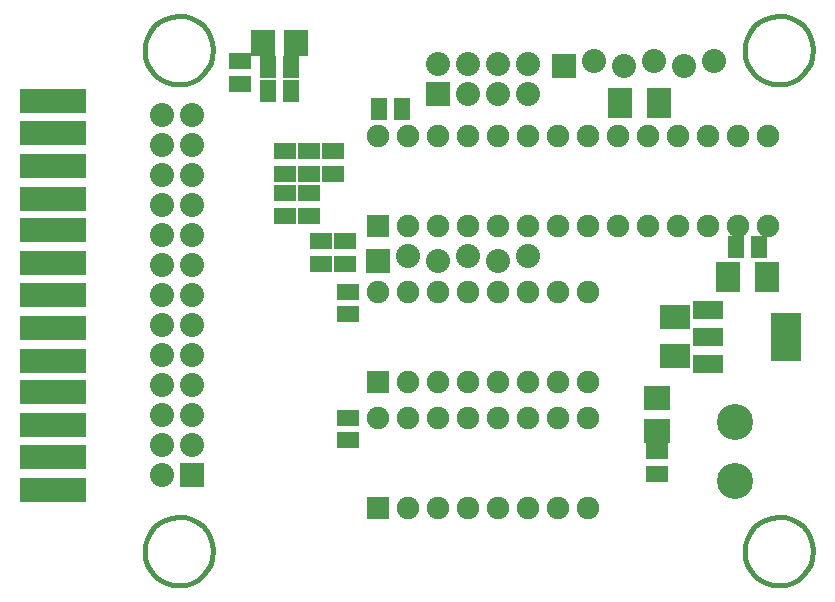
<source format=gts>
G04 (created by PCBNEW-RS274X (2012-apr-16-27)-stable) date Saturday 07,June,2014 10:26:27 PM SGT*
G01*
G70*
G90*
%MOIN*%
G04 Gerber Fmt 3.4, Leading zero omitted, Abs format*
%FSLAX34Y34*%
G04 APERTURE LIST*
%ADD10C,0.006000*%
%ADD11C,0.015000*%
%ADD12R,0.220000X0.080000*%
%ADD13R,0.080000X0.100000*%
%ADD14R,0.080000X0.080000*%
%ADD15C,0.080000*%
%ADD16R,0.075000X0.075000*%
%ADD17C,0.075000*%
%ADD18C,0.120000*%
%ADD19R,0.055000X0.075000*%
%ADD20R,0.075000X0.055000*%
%ADD21R,0.100000X0.080000*%
%ADD22R,0.100000X0.164000*%
%ADD23R,0.100000X0.060000*%
%ADD24R,0.082900X0.090900*%
%ADD25R,0.090900X0.082900*%
G04 APERTURE END LIST*
G54D10*
G54D11*
X70792Y-50020D02*
X70770Y-50241D01*
X70705Y-50455D01*
X70601Y-50651D01*
X70460Y-50824D01*
X70288Y-50966D01*
X70092Y-51072D01*
X69879Y-51138D01*
X69657Y-51161D01*
X69437Y-51141D01*
X69223Y-51078D01*
X69025Y-50975D01*
X68851Y-50835D01*
X68708Y-50665D01*
X68601Y-50469D01*
X68533Y-50257D01*
X68509Y-50035D01*
X68527Y-49814D01*
X68589Y-49600D01*
X68691Y-49402D01*
X68829Y-49227D01*
X68999Y-49083D01*
X69193Y-48974D01*
X69405Y-48905D01*
X69627Y-48879D01*
X69848Y-48896D01*
X70062Y-48956D01*
X70261Y-49056D01*
X70437Y-49193D01*
X70583Y-49362D01*
X70693Y-49556D01*
X70763Y-49767D01*
X70791Y-49989D01*
X70792Y-50020D01*
X70792Y-33320D02*
X70770Y-33541D01*
X70705Y-33755D01*
X70601Y-33951D01*
X70460Y-34124D01*
X70288Y-34266D01*
X70092Y-34372D01*
X69879Y-34438D01*
X69657Y-34461D01*
X69437Y-34441D01*
X69223Y-34378D01*
X69025Y-34275D01*
X68851Y-34135D01*
X68708Y-33965D01*
X68601Y-33769D01*
X68533Y-33557D01*
X68509Y-33335D01*
X68527Y-33114D01*
X68589Y-32900D01*
X68691Y-32702D01*
X68829Y-32527D01*
X68999Y-32383D01*
X69193Y-32274D01*
X69405Y-32205D01*
X69627Y-32179D01*
X69848Y-32196D01*
X70062Y-32256D01*
X70261Y-32356D01*
X70437Y-32493D01*
X70583Y-32662D01*
X70693Y-32856D01*
X70763Y-33067D01*
X70791Y-33289D01*
X70792Y-33320D01*
X50792Y-50020D02*
X50770Y-50241D01*
X50705Y-50455D01*
X50601Y-50651D01*
X50460Y-50824D01*
X50288Y-50966D01*
X50092Y-51072D01*
X49879Y-51138D01*
X49657Y-51161D01*
X49437Y-51141D01*
X49223Y-51078D01*
X49025Y-50975D01*
X48851Y-50835D01*
X48708Y-50665D01*
X48601Y-50469D01*
X48533Y-50257D01*
X48509Y-50035D01*
X48527Y-49814D01*
X48589Y-49600D01*
X48691Y-49402D01*
X48829Y-49227D01*
X48999Y-49083D01*
X49193Y-48974D01*
X49405Y-48905D01*
X49627Y-48879D01*
X49848Y-48896D01*
X50062Y-48956D01*
X50261Y-49056D01*
X50437Y-49193D01*
X50583Y-49362D01*
X50693Y-49556D01*
X50763Y-49767D01*
X50791Y-49989D01*
X50792Y-50020D01*
X50792Y-33320D02*
X50770Y-33541D01*
X50705Y-33755D01*
X50601Y-33951D01*
X50460Y-34124D01*
X50288Y-34266D01*
X50092Y-34372D01*
X49879Y-34438D01*
X49657Y-34461D01*
X49437Y-34441D01*
X49223Y-34378D01*
X49025Y-34275D01*
X48851Y-34135D01*
X48708Y-33965D01*
X48601Y-33769D01*
X48533Y-33557D01*
X48509Y-33335D01*
X48527Y-33114D01*
X48589Y-32900D01*
X48691Y-32702D01*
X48829Y-32527D01*
X48999Y-32383D01*
X49193Y-32274D01*
X49405Y-32205D01*
X49627Y-32179D01*
X49848Y-32196D01*
X50062Y-32256D01*
X50261Y-32356D01*
X50437Y-32493D01*
X50583Y-32662D01*
X50693Y-32856D01*
X50763Y-33067D01*
X50791Y-33289D01*
X50792Y-33320D01*
G54D12*
X45450Y-47970D03*
X45450Y-46870D03*
X45450Y-45820D03*
X45450Y-44720D03*
X45450Y-43670D03*
X45450Y-42570D03*
X45450Y-41470D03*
X45450Y-40420D03*
X45450Y-39320D03*
X45450Y-38270D03*
X45450Y-37170D03*
X45450Y-36070D03*
X45450Y-35020D03*
G54D13*
X67950Y-40870D03*
X69250Y-40870D03*
G54D14*
X62500Y-33850D03*
G54D15*
X63500Y-33690D03*
X64500Y-33850D03*
X65500Y-33690D03*
X66500Y-33850D03*
X67500Y-33690D03*
G54D14*
X50100Y-47470D03*
G54D15*
X49100Y-47470D03*
X50100Y-46470D03*
X49100Y-46470D03*
X50100Y-45470D03*
X49100Y-45470D03*
X50100Y-44470D03*
X49100Y-44470D03*
X50100Y-43470D03*
X49100Y-43470D03*
X50100Y-42470D03*
X49100Y-42470D03*
X50100Y-41470D03*
X49100Y-41470D03*
X50100Y-40470D03*
X49100Y-40470D03*
X50100Y-39470D03*
X49100Y-39470D03*
X50100Y-38470D03*
X49100Y-38470D03*
X50100Y-37470D03*
X49100Y-37470D03*
X50100Y-36470D03*
X49100Y-36470D03*
X50100Y-35470D03*
X49100Y-35470D03*
G54D16*
X56300Y-48570D03*
G54D17*
X57300Y-48570D03*
X58300Y-48570D03*
X59300Y-48570D03*
X60300Y-48570D03*
X61300Y-48570D03*
X62300Y-48570D03*
X63300Y-48570D03*
X63300Y-45570D03*
X62300Y-45570D03*
X61300Y-45570D03*
X60300Y-45570D03*
X59300Y-45570D03*
X58300Y-45570D03*
X57300Y-45570D03*
X56300Y-45570D03*
G54D14*
X58300Y-34770D03*
G54D15*
X58300Y-33770D03*
X59300Y-34770D03*
X59300Y-33770D03*
X60300Y-34770D03*
X60300Y-33770D03*
X61300Y-34770D03*
X61300Y-33770D03*
G54D18*
X68200Y-45702D03*
X68200Y-47670D03*
G54D16*
X56300Y-44370D03*
G54D17*
X57300Y-44370D03*
X58300Y-44370D03*
X59300Y-44370D03*
X60300Y-44370D03*
X61300Y-44370D03*
X62300Y-44370D03*
X63300Y-44370D03*
X63300Y-41370D03*
X62300Y-41370D03*
X61300Y-41370D03*
X60300Y-41370D03*
X59300Y-41370D03*
X58300Y-41370D03*
X57300Y-41370D03*
X56300Y-41370D03*
X57300Y-39170D03*
X58300Y-39170D03*
X59300Y-39170D03*
X60300Y-39170D03*
X61300Y-39170D03*
X62300Y-39170D03*
X63300Y-39170D03*
X64300Y-39170D03*
X65300Y-39170D03*
X66300Y-39170D03*
X67300Y-39170D03*
X68300Y-39170D03*
X69300Y-39170D03*
G54D16*
X56300Y-39170D03*
G54D17*
X69300Y-36170D03*
X68300Y-36170D03*
X67300Y-36170D03*
X66300Y-36170D03*
X65300Y-36170D03*
X64300Y-36170D03*
X63300Y-36170D03*
X62300Y-36170D03*
X61300Y-36170D03*
X60300Y-36170D03*
X59300Y-36170D03*
X58300Y-36170D03*
X57300Y-36170D03*
X56300Y-36170D03*
G54D14*
X56300Y-40350D03*
G54D15*
X57300Y-40190D03*
X58300Y-40350D03*
X59300Y-40190D03*
X60300Y-40350D03*
X61300Y-40190D03*
G54D19*
X68225Y-39870D03*
X68975Y-39870D03*
G54D20*
X65600Y-47445D03*
X65600Y-46695D03*
X51700Y-34445D03*
X51700Y-33695D03*
X53200Y-37445D03*
X53200Y-36695D03*
X54000Y-37445D03*
X54000Y-36695D03*
X54000Y-38095D03*
X54000Y-38845D03*
X53200Y-38095D03*
X53200Y-38845D03*
G54D19*
X53375Y-34670D03*
X52625Y-34670D03*
X53375Y-33870D03*
X52625Y-33870D03*
G54D20*
X55200Y-40445D03*
X55200Y-39695D03*
X54800Y-37445D03*
X54800Y-36695D03*
G54D13*
X64350Y-35070D03*
X65650Y-35070D03*
G54D21*
X66200Y-43520D03*
X66200Y-42220D03*
G54D22*
X69900Y-42870D03*
G54D23*
X67300Y-42870D03*
X67300Y-43770D03*
X67300Y-41970D03*
G54D24*
X53559Y-33070D03*
X52441Y-33070D03*
G54D25*
X65600Y-44911D03*
X65600Y-46029D03*
G54D19*
X57075Y-35270D03*
X56325Y-35270D03*
G54D20*
X55275Y-41370D03*
X55275Y-42120D03*
X55275Y-45570D03*
X55275Y-46320D03*
X54400Y-39695D03*
X54400Y-40445D03*
M02*

</source>
